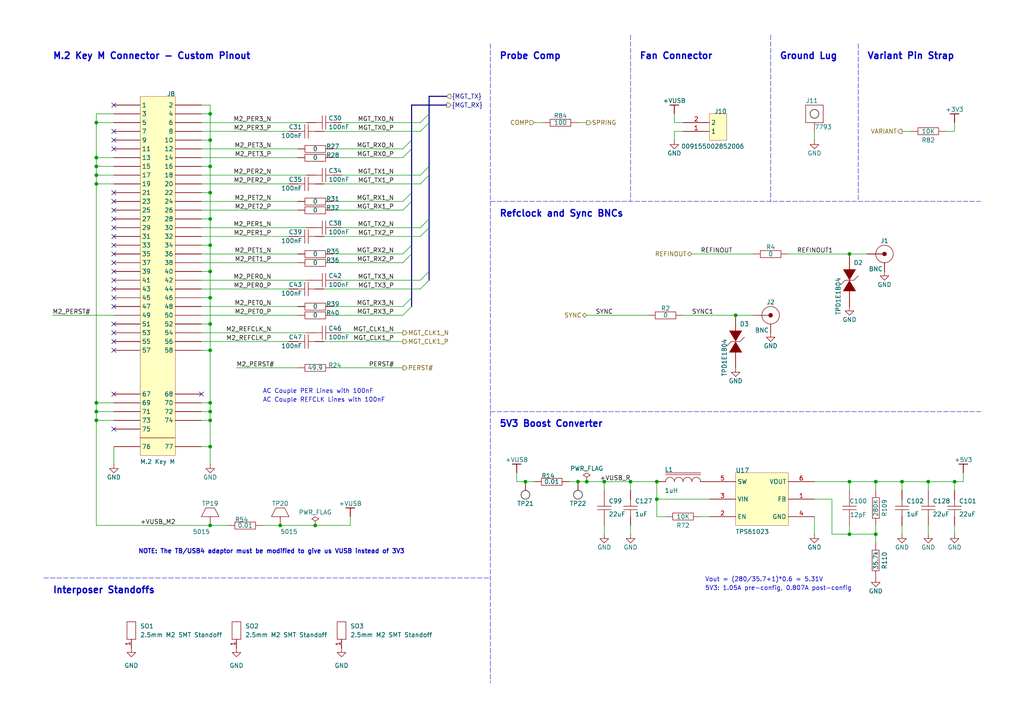
<source format=kicad_sch>
(kicad_sch (version 20250114) (generator "eeschema") (generator_version "9.0")
  (paper "A4")
  (title_block (title "ThunderScope") (rev "5") (company "EEVengers") (comment 1 "Aleksa Bjelogrlic"))
  (text "Probe Comp" (at 144.78 15.24 0) (effects (font (size 1.905 1.905) (thickness 0.381) (bold yes)) (justify left top)))
  (text "Vout = (280/35.7+1)*0.6 = 5.31V" (at 204.47 168.91 0) (effects (font (size 1.27 1.27) (thickness 0.1588)) (justify left bottom)))
  (text "AC Couple PER Lines with 100nF" (at 76.2 114.3 0) (effects (font (size 1.27 1.27)) (justify left bottom)))
  (text "AC Couple REFCLK Lines with 100nF" (at 76.2 116.84 0) (effects (font (size 1.27 1.27)) (justify left bottom)))
  (text "Fan Connector" (at 185.42 15.24 0) (effects (font (size 1.905 1.905) (thickness 0.381) (bold yes)) (justify left top)))
  (text "5V3 Boost Converter" (at 144.78 121.92 0) (effects (font (size 1.905 1.905) (thickness 0.381) (bold yes)) (justify left top)))
  (text "Refclock and Sync BNCs" (at 144.78 60.96 0) (effects (font (size 1.905 1.905) (thickness 0.381) (bold yes)) (justify left top)))
  (text "5V3: 1.05A pre-config, 0.807A post-config" (at 204.47 171.45 0) (effects (font (size 1.27 1.27) (thickness 0.1588)) (justify left bottom)))
  (text "NOTE: The TB/USB4 adaptor must be modified to give us VUSB instead of 3V3" (at 78.74 160.02 0) (effects (font (size 1.27 1.27) (thickness 0.254) (bold yes))))
  (text "Variant Pin Strap" (at 251.46 15.24 0) (effects (font (size 1.905 1.905) (thickness 0.381) (bold yes)) (justify left top)))
  (text "M.2 Key M Connector - Custom Pinout" (at 15.24 15.24 0) (effects (font (size 1.905 1.905) (thickness 0.381) (bold yes)) (justify left top)))
  (text "Ground Lug" (at 226.06 15.24 0) (effects (font (size 1.905 1.905) (thickness 0.381) (bold yes)) (justify left top)))
  (text "Interposer Standoffs" (at 15.24 170.18 0) (effects (font (size 1.905 1.905) (thickness 0.381) (bold yes)) (justify left top)))
  (junction (at 27.94 35.56))
  (junction (at 60.96 101.6))
  (junction (at 246.38 154.94))
  (junction (at 60.96 116.84))
  (junction (at 60.96 48.26))
  (junction (at 276.86 139.7))
  (junction (at 60.96 93.98))
  (junction (at 254 139.7))
  (junction (at 60.96 71.12))
  (junction (at 60.96 33.02))
  (junction (at 27.94 119.38))
  (junction (at 60.96 152.4))
  (junction (at 27.94 48.26))
  (junction (at 190.5 144.78))
  (junction (at 60.96 86.36))
  (junction (at 152.4 139.7))
  (junction (at 60.96 78.74))
  (junction (at 190.5 139.7))
  (junction (at 27.94 53.34))
  (junction (at 81.28 152.4))
  (junction (at 60.96 40.64))
  (junction (at 60.96 63.5))
  (junction (at 182.88 139.7))
  (junction (at 269.24 139.7))
  (junction (at 91.44 152.4))
  (junction (at 60.96 55.88))
  (junction (at 213.36 91.44))
  (junction (at 175.26 139.7))
  (junction (at 246.38 139.7))
  (junction (at 170.18 139.7))
  (junction (at 27.94 116.84))
  (junction (at 60.96 119.38))
  (junction (at 27.94 45.72))
  (junction (at 246.38 73.66))
  (junction (at 254 154.94))
  (junction (at 261.62 139.7))
  (junction (at 60.96 121.92))
  (junction (at 167.64 139.7))
  (junction (at 60.96 129.54))
  (junction (at 27.94 121.92))
  (junction (at 27.94 50.8))
  (no_connect (at 33.02 60.96))
  (no_connect (at 33.02 55.88))
  (no_connect (at 33.02 68.58))
  (no_connect (at 33.02 86.36))
  (no_connect (at 33.02 38.1))
  (no_connect (at 33.02 81.28))
  (no_connect (at 33.02 66.04))
  (no_connect (at 33.02 88.9))
  (no_connect (at 33.02 71.12))
  (no_connect (at 33.02 101.6))
  (no_connect (at 33.02 83.82))
  (no_connect (at 33.02 73.66))
  (no_connect (at 33.02 43.18))
  (no_connect (at 33.02 58.42))
  (no_connect (at 33.02 99.06))
  (no_connect (at 33.02 78.74))
  (no_connect (at 33.02 76.2))
  (no_connect (at 33.02 124.46))
  (no_connect (at 33.02 40.64))
  (no_connect (at 33.02 114.3))
  (no_connect (at 33.02 96.52))
  (no_connect (at 33.02 30.48))
  (no_connect (at 33.02 63.5))
  (no_connect (at 33.02 93.98))
  (no_connect (at 58.42 114.3))
  (bus_entry (at 116.84 88.9) (size 2.54 -2.54))
  (bus_entry (at 116.84 45.72) (size 2.54 -2.54))
  (bus_entry (at 121.92 83.82) (size 2.54 -2.54))
  (bus_entry (at 116.84 76.2) (size 2.54 -2.54))
  (bus_entry (at 121.92 66.04) (size 2.54 -2.54))
  (bus_entry (at 121.92 68.58) (size 2.54 -2.54))
  (bus_entry (at 121.92 50.8) (size 2.54 -2.54))
  (bus_entry (at 116.84 43.18) (size 2.54 -2.54))
  (bus_entry (at 116.84 91.44) (size 2.54 -2.54))
  (bus_entry (at 116.84 73.66) (size 2.54 -2.54))
  (bus_entry (at 116.84 60.96) (size 2.54 -2.54))
  (bus_entry (at 121.92 53.34) (size 2.54 -2.54))
  (bus_entry (at 121.92 38.1) (size 2.54 -2.54))
  (bus_entry (at 121.92 35.56) (size 2.54 -2.54))
  (bus_entry (at 121.92 81.28) (size 2.54 -2.54))
  (bus_entry (at 116.84 58.42) (size 2.54 -2.54))
  (wire (pts (xy 170.18 91.44) (xy 187.96 91.44)))
  (wire (pts (xy 182.88 139.7) (xy 182.88 142.24)))
  (wire (pts (xy 165.1 139.7) (xy 167.64 139.7)))
  (wire (pts (xy 60.96 86.36) (xy 60.96 93.98)))
  (wire (pts (xy 152.4 139.7) (xy 154.94 139.7)))
  (polyline (pts (xy 142.24 58.42) (xy 284.48 58.42)) (stroke (width 0.127) (type dash)))
  (wire (pts (xy 60.96 121.92) (xy 60.96 129.54)))
  (wire (pts (xy 96.52 106.68) (xy 116.84 106.68)))
  (wire (pts (xy 58.42 93.98) (xy 60.96 93.98)))
  (wire (pts (xy 58.42 96.52) (xy 88.9 96.52)))
  (wire (pts (xy 27.94 48.26) (xy 27.94 45.72)))
  (wire (pts (xy 27.94 119.38) (xy 27.94 116.84)))
  (wire (pts (xy 58.42 48.26) (xy 60.96 48.26)))
  (bus (pts (xy 119.38 86.36) (xy 119.38 88.9)))
  (wire (pts (xy 91.44 152.4) (xy 101.6 152.4)))
  (wire (pts (xy 60.96 33.02) (xy 60.96 40.64)))
  (wire (pts (xy 96.52 43.18) (xy 116.84 43.18)))
  (wire (pts (xy 60.96 78.74) (xy 60.96 86.36)))
  (wire (pts (xy 261.62 38.1) (xy 264.16 38.1)))
  (wire (pts (xy 96.52 45.72) (xy 116.84 45.72)))
  (polyline (pts (xy 248.92 12.7) (xy 248.92 58.42)) (stroke (width 0.127) (type dash)))
  (wire (pts (xy 58.42 101.6) (xy 60.96 101.6)))
  (wire (pts (xy 93.98 83.82) (xy 121.92 83.82)))
  (wire (pts (xy 60.96 40.64) (xy 60.96 48.26)))
  (wire (pts (xy 175.26 139.7) (xy 182.88 139.7)))
  (wire (pts (xy 27.94 35.56) (xy 27.94 33.02)))
  (wire (pts (xy 60.96 55.88) (xy 60.96 63.5)))
  (wire (pts (xy 60.96 152.4) (xy 66.04 152.4)))
  (wire (pts (xy 182.88 139.7) (xy 190.5 139.7)))
  (wire (pts (xy 60.96 93.98) (xy 60.96 101.6)))
  (wire (pts (xy 195.58 38.1) (xy 195.58 40.64)))
  (wire (pts (xy 27.94 152.4) (xy 60.96 152.4)))
  (wire (pts (xy 27.94 53.34) (xy 27.94 50.8)))
  (wire (pts (xy 167.64 35.56) (xy 170.18 35.56)))
  (wire (pts (xy 96.52 91.44) (xy 116.84 91.44)))
  (wire (pts (xy 58.42 30.48) (xy 60.96 30.48)))
  (polyline (pts (xy 12.7 167.64) (xy 142.24 167.64)) (stroke (width 0.127) (type dash)))
  (wire (pts (xy 58.42 55.88) (xy 60.96 55.88)))
  (wire (pts (xy 27.94 116.84) (xy 27.94 53.34)))
  (wire (pts (xy 33.02 119.38) (xy 27.94 119.38)))
  (wire (pts (xy 33.02 48.26) (xy 27.94 48.26)))
  (wire (pts (xy 58.42 119.38) (xy 60.96 119.38)))
  (polyline (pts (xy 182.88 10.16) (xy 182.88 58.42)) (stroke (width 0.127) (type dash)))
  (wire (pts (xy 58.42 83.82) (xy 83.82 83.82)))
  (wire (pts (xy 58.42 38.1) (xy 83.82 38.1)))
  (wire (pts (xy 96.52 60.96) (xy 116.84 60.96)))
  (wire (pts (xy 33.02 53.34) (xy 27.94 53.34)))
  (wire (pts (xy 198.12 91.44) (xy 213.36 91.44)))
  (wire (pts (xy 60.96 129.54) (xy 60.96 134.62)))
  (bus (pts (xy 119.38 40.64) (xy 119.38 43.18)))
  (bus (pts (xy 124.46 66.04) (xy 124.46 63.5)))
  (bus (pts (xy 124.46 50.8) (xy 124.46 48.26)))
  (wire (pts (xy 33.02 129.54) (xy 33.02 134.62)))
  (wire (pts (xy 198.12 35.56) (xy 195.58 35.56)))
  (wire (pts (xy 269.24 139.7) (xy 276.86 139.7)))
  (bus (pts (xy 124.46 35.56) (xy 124.46 33.02)))
  (wire (pts (xy 276.86 35.56) (xy 276.86 38.1)))
  (wire (pts (xy 99.06 50.8) (xy 121.92 50.8)))
  (polyline (pts (xy 142.24 119.38) (xy 284.48 119.38)) (stroke (width 0.127) (type dash)))
  (wire (pts (xy 96.52 76.2) (xy 116.84 76.2)))
  (wire (pts (xy 182.88 154.94) (xy 182.88 152.4)))
  (wire (pts (xy 96.52 73.66) (xy 116.84 73.66)))
  (wire (pts (xy 254 152.4) (xy 254 154.94)))
  (wire (pts (xy 198.12 38.1) (xy 195.58 38.1)))
  (wire (pts (xy 33.02 116.84) (xy 27.94 116.84)))
  (wire (pts (xy 60.96 71.12) (xy 60.96 78.74)))
  (bus (pts (xy 124.46 48.26) (xy 124.46 35.56)))
  (wire (pts (xy 60.96 101.6) (xy 60.96 116.84)))
  (bus (pts (xy 124.46 27.94) (xy 129.54 27.94)))
  (wire (pts (xy 246.38 139.7) (xy 246.38 142.24)))
  (wire (pts (xy 60.96 30.48) (xy 60.96 33.02)))
  (wire (pts (xy 58.42 66.04) (xy 88.9 66.04)))
  (wire (pts (xy 279.4 137.16) (xy 279.4 139.7)))
  (wire (pts (xy 167.64 139.7) (xy 170.18 139.7)))
  (wire (pts (xy 76.2 152.4) (xy 81.28 152.4)))
  (wire (pts (xy 93.98 53.34) (xy 121.92 53.34)))
  (bus (pts (xy 119.38 73.66) (xy 119.38 86.36)))
  (wire (pts (xy 99.06 81.28) (xy 121.92 81.28)))
  (wire (pts (xy 27.94 50.8) (xy 27.94 48.26)))
  (wire (pts (xy 60.96 129.54) (xy 58.42 129.54)))
  (wire (pts (xy 261.62 139.7) (xy 261.62 142.24)))
  (wire (pts (xy 58.42 35.56) (xy 88.9 35.56)))
  (wire (pts (xy 261.62 139.7) (xy 269.24 139.7)))
  (wire (pts (xy 203.2 149.86) (xy 205.74 149.86)))
  (wire (pts (xy 58.42 91.44) (xy 86.36 91.44)))
  (wire (pts (xy 58.42 88.9) (xy 86.36 88.9)))
  (bus (pts (xy 119.38 30.48) (xy 129.54 30.48)))
  (wire (pts (xy 58.42 43.18) (xy 86.36 43.18)))
  (wire (pts (xy 175.26 139.7) (xy 175.26 142.24)))
  (wire (pts (xy 58.42 53.34) (xy 83.82 53.34)))
  (wire (pts (xy 93.98 38.1) (xy 121.92 38.1)))
  (wire (pts (xy 33.02 33.02) (xy 27.94 33.02)))
  (wire (pts (xy 193.04 149.86) (xy 190.5 149.86)))
  (wire (pts (xy 60.96 119.38) (xy 60.96 121.92)))
  (wire (pts (xy 276.86 139.7) (xy 279.4 139.7)))
  (wire (pts (xy 175.26 154.94) (xy 175.26 152.4)))
  (wire (pts (xy 190.5 144.78) (xy 205.74 144.78)))
  (wire (pts (xy 58.42 121.92) (xy 60.96 121.92)))
  (wire (pts (xy 58.42 71.12) (xy 60.96 71.12)))
  (wire (pts (xy 15.24 91.44) (xy 33.02 91.44)))
  (wire (pts (xy 81.28 152.4) (xy 91.44 152.4)))
  (wire (pts (xy 99.06 96.52) (xy 116.84 96.52)))
  (wire (pts (xy 33.02 50.8) (xy 27.94 50.8)))
  (wire (pts (xy 58.42 68.58) (xy 83.82 68.58)))
  (wire (pts (xy 58.42 73.66) (xy 86.36 73.66)))
  (wire (pts (xy 58.42 33.02) (xy 60.96 33.02)))
  (wire (pts (xy 58.42 81.28) (xy 88.9 81.28)))
  (wire (pts (xy 274.32 38.1) (xy 276.86 38.1)))
  (bus (pts (xy 119.38 71.12) (xy 119.38 73.66)))
  (wire (pts (xy 213.36 91.44) (xy 218.44 91.44)))
  (wire (pts (xy 276.86 142.24) (xy 276.86 139.7)))
  (wire (pts (xy 58.42 50.8) (xy 88.9 50.8)))
  (wire (pts (xy 269.24 154.94) (xy 269.24 152.4)))
  (wire (pts (xy 195.58 33.02) (xy 195.58 35.56)))
  (wire (pts (xy 236.22 149.86) (xy 236.22 154.94)))
  (bus (pts (xy 119.38 55.88) (xy 119.38 58.42)))
  (wire (pts (xy 149.86 137.16) (xy 149.86 139.7)))
  (wire (pts (xy 27.94 152.4) (xy 27.94 121.92)))
  (bus (pts (xy 119.38 30.48) (xy 119.38 40.64)))
  (wire (pts (xy 149.86 139.7) (xy 152.4 139.7)))
  (wire (pts (xy 60.96 63.5) (xy 60.96 71.12)))
  (wire (pts (xy 269.24 142.24) (xy 269.24 139.7)))
  (wire (pts (xy 99.06 35.56) (xy 121.92 35.56)))
  (wire (pts (xy 101.6 152.4) (xy 101.6 149.86)))
  (bus (pts (xy 119.38 43.18) (xy 119.38 55.88)))
  (wire (pts (xy 236.22 38.1) (xy 236.22 40.64)))
  (wire (pts (xy 246.38 139.7) (xy 236.22 139.7)))
  (wire (pts (xy 261.62 139.7) (xy 254 139.7)))
  (wire (pts (xy 241.3 154.94) (xy 246.38 154.94)))
  (polyline (pts (xy 142.24 12.7) (xy 142.24 198.12)) (stroke (width 0.127) (type dash)))
  (wire (pts (xy 58.42 78.74) (xy 60.96 78.74)))
  (wire (pts (xy 93.98 99.06) (xy 116.84 99.06)))
  (wire (pts (xy 190.5 144.78) (xy 190.5 149.86)))
  (wire (pts (xy 58.42 45.72) (xy 86.36 45.72)))
  (wire (pts (xy 246.38 152.4) (xy 246.38 154.94)))
  (wire (pts (xy 190.5 139.7) (xy 190.5 144.78)))
  (wire (pts (xy 246.38 139.7) (xy 254 139.7)))
  (wire (pts (xy 27.94 45.72) (xy 27.94 35.56)))
  (wire (pts (xy 60.96 48.26) (xy 60.96 55.88)))
  (wire (pts (xy 93.98 68.58) (xy 121.92 68.58)))
  (bus (pts (xy 124.46 78.74) (xy 124.46 66.04)))
  (wire (pts (xy 58.42 40.64) (xy 60.96 40.64)))
  (bus (pts (xy 124.46 63.5) (xy 124.46 50.8)))
  (wire (pts (xy 170.18 139.7) (xy 175.26 139.7)))
  (wire (pts (xy 58.42 63.5) (xy 60.96 63.5)))
  (wire (pts (xy 33.02 121.92) (xy 27.94 121.92)))
  (wire (pts (xy 154.94 35.56) (xy 157.48 35.56)))
  (wire (pts (xy 58.42 99.06) (xy 83.82 99.06)))
  (bus (pts (xy 119.38 58.42) (xy 119.38 71.12)))
  (wire (pts (xy 33.02 45.72) (xy 27.94 45.72)))
  (wire (pts (xy 60.96 116.84) (xy 60.96 119.38)))
  (wire (pts (xy 96.52 88.9) (xy 116.84 88.9)))
  (wire (pts (xy 246.38 154.94) (xy 254 154.94)))
  (wire (pts (xy 228.6 73.66) (xy 246.38 73.66)))
  (wire (pts (xy 58.42 76.2) (xy 86.36 76.2)))
  (wire (pts (xy 58.42 86.36) (xy 60.96 86.36)))
  (wire (pts (xy 246.38 73.66) (xy 251.46 73.66)))
  (wire (pts (xy 86.36 106.68) (xy 68.58 106.68)))
  (wire (pts (xy 99.06 66.04) (xy 121.92 66.04)))
  (wire (pts (xy 254 142.24) (xy 254 139.7)))
  (wire (pts (xy 241.3 144.78) (xy 241.3 154.94)))
  (wire (pts (xy 261.62 154.94) (xy 261.62 152.4)))
  (bus (pts (xy 124.46 81.28) (xy 124.46 78.74)))
  (wire (pts (xy 33.02 35.56) (xy 27.94 35.56)))
  (wire (pts (xy 27.94 121.92) (xy 27.94 119.38)))
  (wire (pts (xy 96.52 58.42) (xy 116.84 58.42)))
  (wire (pts (xy 200.66 73.66) (xy 218.44 73.66)))
  (wire (pts (xy 276.86 154.94) (xy 276.86 152.4)))
  (wire (pts (xy 58.42 58.42) (xy 86.36 58.42)))
  (bus (pts (xy 124.46 33.02) (xy 124.46 27.94)))
  (wire (pts (xy 254 154.94) (xy 254 157.48)))
  (wire (pts (xy 58.42 60.96) (xy 86.36 60.96)))
  (wire (pts (xy 236.22 144.78) (xy 241.3 144.78)))
  (polyline (pts (xy 223.52 10.16) (xy 223.52 58.42)) (stroke (width 0.127) (type dash)))
  (wire (pts (xy 60.96 116.84) (xy 58.42 116.84)))
  (label "MGT_RX3_N" (at 114.3 88.9 180))
  (label "M2_PERST#" (at 68.58 106.68 0))
  (label "MGT_TX1_P" (at 114.3 53.34 180))
  (label "MGT_CLK1_P" (at 114.3 99.06 180))
  (label "MGT_CLK1_N" (at 114.3 96.52 180))
  (label "MGT_TX0_N" (at 114.3 35.56 180))
  (label "M2_REFCLK_P" (at 78.74 99.06 180))
  (label "M2_PER0_P" (at 78.74 83.82 180))
  (label "M2_PET0_N" (at 78.74 88.9 180))
  (label "PERST#" (at 114.3 106.68 180))
  (label "MGT_RX3_P" (at 114.3 91.44 180))
  (label "MGT_TX2_P" (at 114.3 68.58 180))
  (label "M2_PET2_N" (at 78.74 58.42 180))
  (label "MGT_RX0_P" (at 114.3 45.72 180))
  (label "MGT_RX2_P" (at 114.3 76.2 180))
  (label "M2_PER2_N" (at 78.74 50.8 180))
  (label "M2_PET1_P" (at 78.74 76.2 180))
  (label "MGT_RX1_N" (at 114.3 58.42 180))
  (label "SYNC" (at 172.72 91.44 0))
  (label "SYNC1" (at 200.66 91.44 0))
  (label "M2_REFCLK_N" (at 78.74 96.52 180))
  (label "REFINOUT1" (at 231.14 73.66 0))
  (label "M2_PET3_P" (at 78.74 45.72 180))
  (label "M2_PERST#" (at 15.24 91.44 0))
  (label "MGT_TX2_N" (at 114.3 66.04 180))
  (label "M2_PER3_N" (at 78.74 35.56 180))
  (label "M2_PER0_N" (at 78.74 81.28 180))
  (label "MGT_TX3_P" (at 114.3 83.82 180))
  (label "M2_PER1_P" (at 78.74 68.58 180))
  (label "+VUSB_R" (at 182.88 139.7 180))
  (label "M2_PET2_P" (at 78.74 60.96 180))
  (label "MGT_RX1_P" (at 114.3 60.96 180))
  (label "+VUSB_M2" (at 40.64 152.4 0))
  (label "M2_PER2_P" (at 78.74 53.34 180))
  (label "MGT_RX0_N" (at 114.3 43.18 180))
  (label "MGT_TX0_P" (at 114.3 38.1 180))
  (label "M2_PET1_N" (at 78.74 73.66 180))
  (label "M2_PET0_P" (at 78.74 91.44 180))
  (label "MGT_TX3_N" (at 114.3 81.28 180))
  (label "M2_PER1_N" (at 78.74 66.04 180))
  (label "MGT_RX2_N" (at 114.3 73.66 180))
  (label "MGT_TX1_N" (at 114.3 50.8 180))
  (label "M2_PER3_P" (at 78.74 38.1 180))
  (label "M2_PET3_N" (at 78.74 43.18 180))
  (label "REFINOUT" (at 203.2 73.66 0))
  (hierarchical_label "PERST#" (shape output) (at 116.84 106.68 0))
  (hierarchical_label "{MGT_TX}" (shape input) (at 129.54 27.94 0))
  (hierarchical_label "REFINOUT" (shape bidirectional) (at 200.66 73.66 180))
  (hierarchical_label "MGT_CLK1_P" (shape output) (at 116.84 99.06 0))
  (hierarchical_label "VARIANT" (shape output) (at 261.62 38.1 180))
  (hierarchical_label "SYNC" (shape bidirectional) (at 170.18 91.44 180))
  (hierarchical_label "SPRING" (shape output) (at 170.18 35.56 0))
  (hierarchical_label "MGT_CLK1_N" (shape output) (at 116.84 96.52 0))
  (hierarchical_label "COMP" (shape input) (at 154.94 35.56 180))
  (hierarchical_label "{MGT_RX}" (shape output) (at 129.54 30.48 0))
  (symbol (lib_id "Thunderscope_Rev5:RES 0 OHM 1/16W 0402") (at 91.44 88.9 0) (mirror y) (unit 1)
    (property "Reference" "R39" (at 96.52 88.9 0) (effects (justify bottom)))
    (property "Value" "0" (at 91.44 88.9 0))
    (property "Footprint" "Thunderscope_Rev5:GEN_R_0402" (effects (hide yes)))
    (property "PACKAGE" "0402" (effects (hide yes)))
    (property "SUPPLIER 1" "Mouser" (effects (hide yes)))
    (property "SUPPLIER PART NUMBER 1" "603-RC0402JR-070RL" (effects (hide yes)))
    (property "MANUFACTURER" "Yageo" (effects (hide yes)))
    (property "MANUFACTURER PART NUMBER" "RC0402JR-070RL" (effects (hide yes)))
  )
  (symbol (lib_id "Thunderscope_Rev5:RES 10K OHM 1% 1/10W 0402") (at 198.12 149.86 0) (unit 1)
    (property "Reference" "R72" (at 198.12 152.4 0))
    (property "Value" "10K" (at 198.12 149.86 0))
    (property "Footprint" "Thunderscope_Rev5:GEN_R_0402" (effects (hide yes)))
    (property "TOLERANCE" "1%" (effects (hide yes)))
    (property "PACKAGE" "0402" (effects (hide yes)))
    (property "SUPPLIER 1" "Mouser" (effects (hide yes)))
    (property "SUPPLIER PART NUMBER 1" "667-ERJ-2RKF1002X" (effects (hide yes)))
    (property "MANUFACTURER" "Panasonic" (effects (hide yes)))
    (property "MANUFACTURER PART NUMBER" "ERJ-2RKF1002X" (effects (hide yes)))
  )
  (symbol (lib_id "Thunderscope_Rev5:CAP 100nF 16V X7R 0402") (at 88.9 38.1 270) (mirror x) (unit 1)
    (property "Reference" "C31" (at 87.63 36.83 90) (effects (justify right)))
    (property "Value" "100nF" (at 87.63 39.37 90) (effects (justify right)))
    (property "Footprint" "Thunderscope_Rev5:GEN_C_0402" (effects (hide yes)))
    (property "PACKAGE" "0402" (effects (hide yes)))
    (property "VOLTAGE RATING" "16V" (effects (hide yes)))
    (property "SUPPLIER 1" "Mouser" (effects (hide yes)))
    (property "SUPPLIER PART NUMBER 1" "81-GCM155R71C104KA5D" (effects (hide yes)))
    (property "HOUSE PART NUMBER" "C-100nF-0402-002" (effects (hide yes)))
    (property "MANUFACTURER" "Murata" (effects (hide yes)))
    (property "MANUFACTURER PART NUMBER" "GCM155R71C104KA55D" (effects (hide yes)))
  )
  (symbol (lib_id "Thunderscope_Rev5:GND") (at 99.06 187.96 0) (unit 1)
    (property "Reference" "#PWR0381" (effects (hide yes)))
    (property "Value" "GND" (at 99.06 193.04 0))
    (property "Description" "Power symbol creates a global label with name \"GND\" , ground" (effects (hide yes)))
  )
  (symbol (lib_id "power:PWR_FLAG") (at 170.18 139.7 0) (unit 1)
    (property "Reference" "#FLG019" (effects (hide yes)))
    (property "Value" "PWR_FLAG" (at 170.18 135.89 0))
    (property "Description" "Special symbol for telling ERC where power comes from" (effects (hide yes)))
  )
  (symbol (lib_id "Thunderscope_Rev5:GND") (at 60.96 134.62 0) (mirror y) (unit 1)
    (property "Reference" "#PWR0559" (effects (hide yes)))
    (property "Value" "GND" (at 60.96 138.43 0))
    (property "Description" "Power symbol creates a global label with name \"GND\" , ground" (effects (hide yes)))
  )
  (symbol (lib_id "Thunderscope_Rev5:CAP 100nF 16V X7R 0402") (at 93.98 50.8 270) (mirror x) (unit 1)
    (property "Reference" "C34" (at 95.25 49.53 90) (effects (justify left)))
    (property "Value" "100nF" (at 95.25 52.07 90) (effects (justify left)))
    (property "Footprint" "Thunderscope_Rev5:GEN_C_0402" (effects (hide yes)))
    (property "PACKAGE" "0402" (effects (hide yes)))
    (property "VOLTAGE RATING" "16V" (effects (hide yes)))
    (property "SUPPLIER 1" "Mouser" (effects (hide yes)))
    (property "SUPPLIER PART NUMBER 1" "81-GCM155R71C104KA5D" (effects (hide yes)))
    (property "HOUSE PART NUMBER" "C-100nF-0402-002" (effects (hide yes)))
    (property "MANUFACTURER" "Murata" (effects (hide yes)))
    (property "MANUFACTURER PART NUMBER" "GCM155R71C104KA55D" (effects (hide yes)))
  )
  (symbol (lib_id "Thunderscope_Rev5:CAP 100nF 16V X7R 0402") (at 93.98 96.52 270) (mirror x) (unit 1)
    (property "Reference" "C46" (at 95.25 95.25 90) (effects (justify left)))
    (property "Value" "100nF" (at 95.25 97.79 90) (effects (justify left)))
    (property "Footprint" "Thunderscope_Rev5:GEN_C_0402" (effects (hide yes)))
    (property "PACKAGE" "0402" (effects (hide yes)))
    (property "VOLTAGE RATING" "16V" (effects (hide yes)))
    (property "SUPPLIER 1" "Mouser" (effects (hide yes)))
    (property "SUPPLIER PART NUMBER 1" "81-GCM155R71C104KA5D" (effects (hide yes)))
    (property "HOUSE PART NUMBER" "C-100nF-0402-002" (effects (hide yes)))
    (property "MANUFACTURER" "Murata" (effects (hide yes)))
    (property "MANUFACTURER PART NUMBER" "GCM155R71C104KA55D" (effects (hide yes)))
  )
  (symbol (lib_id "Thunderscope_Rev5:GND") (at 254 167.64 0) (unit 1)
    (property "Reference" "#PWR0342" (effects (hide yes)))
    (property "Value" "GND" (at 254 171.45 0))
    (property "Description" "Power symbol creates a global label with name \"GND\" , ground" (effects (hide yes)))
  )
  (symbol (lib_id "Thunderscope_Rev5:+VUSB") (at 195.58 33.02 0) (mirror x) (unit 1)
    (property "Reference" "#PWR0273" (effects (hide yes)))
    (property "Value" "+VUSB" (at 195.58 29.21 0))
    (property "Description" "Power symbol creates a global label with name '+VUSB'" (effects (hide yes)))
  )
  (symbol (lib_id "Thunderscope_Rev5:BNC JACK R/A") (at 223.52 91.44 0) (mirror y) (unit 1)
    (property "Reference" "J2" (at 223.52 87.63 0))
    (property "Value" "BNC" (at 220.98 96.52 0) (effects (justify bottom)))
    (property "Footprint" "Thunderscope_Rev5:MOL_0731000105" (effects (hide yes)))
    (property "SUPPLIER 1" "Mouser" (effects (hide yes)))
    (property "SUPPLIER PART NUMBER 1" "538-73100-0105" (effects (hide yes)))
    (property "MANUFACTURER" "Molex" (effects (hide yes)))
    (property "MANUFACTURER PART NUMBER" "73100-0105" (effects (hide yes)))
  )
  (symbol (lib_id "Thunderscope_Rev5:CAP 100nF 16V X7R 0402") (at 88.9 68.58 270) (mirror x) (unit 1)
    (property "Reference" "C39" (at 87.63 67.31 90) (effects (justify right)))
    (property "Value" "100nF" (at 87.63 69.85 90) (effects (justify right)))
    (property "Footprint" "Thunderscope_Rev5:GEN_C_0402" (effects (hide yes)))
    (property "PACKAGE" "0402" (effects (hide yes)))
    (property "VOLTAGE RATING" "16V" (effects (hide yes)))
    (property "SUPPLIER 1" "Mouser" (effects (hide yes)))
    (property "SUPPLIER PART NUMBER 1" "81-GCM155R71C104KA5D" (effects (hide yes)))
    (property "HOUSE PART NUMBER" "C-100nF-0402-002" (effects (hide yes)))
    (property "MANUFACTURER" "Murata" (effects (hide yes)))
    (property "MANUFACTURER PART NUMBER" "GCM155R71C104KA55D" (effects (hide yes)))
  )
  (symbol (lib_id "Thunderscope_Rev5:IND 1uH 5.5A 32 MOHM 1210") (at 198.12 139.7 0) (unit 1)
    (property "Reference" "L1" (at 192.786 136.906 0) (effects (justify left bottom)))
    (property "Value" "1uH" (at 192.786 143.002 0) (effects (justify left bottom)))
    (property "Footprint" "Thunderscope_Rev5:GEN_L_1210" (effects (hide yes)))
    (property "SUPPLIER 1" "Mouser" (effects (hide yes)))
    (property "SUPPLIER PART NUMBER 1" "652-SRP3212-1R0M" (effects (hide yes)))
    (property "HOUSE PART NUMBER" "SRP3212-1R0M" (effects (hide yes)))
    (property "MANUFACTURER" "Bourns" (effects (hide yes)))
    (property "MANUFACTURER PART NUMBER" "SRP3212-1R0M" (effects (hide yes)))
  )
  (symbol (lib_id "Thunderscope_Rev5:GND") (at 261.62 154.94 0) (unit 1)
    (property "Reference" "#PWR01018" (effects (hide yes)))
    (property "Value" "GND" (at 261.62 158.75 0))
    (property "Description" "Power symbol creates a global label with name \"GND\" , ground" (effects (hide yes)))
  )
  (symbol (lib_id "Thunderscope_Rev5:CAP 100nF 16V X7R 0402") (at 93.98 66.04 270) (mirror x) (unit 1)
    (property "Reference" "C38" (at 95.25 64.77 90) (effects (justify left)))
    (property "Value" "100nF" (at 95.25 67.31 90) (effects (justify left)))
    (property "Footprint" "Thunderscope_Rev5:GEN_C_0402" (effects (hide yes)))
    (property "PACKAGE" "0402" (effects (hide yes)))
    (property "VOLTAGE RATING" "16V" (effects (hide yes)))
    (property "SUPPLIER 1" "Mouser" (effects (hide yes)))
    (property "SUPPLIER PART NUMBER 1" "81-GCM155R71C104KA5D" (effects (hide yes)))
    (property "HOUSE PART NUMBER" "C-100nF-0402-002" (effects (hide yes)))
    (property "MANUFACTURER" "Murata" (effects (hide yes)))
    (property "MANUFACTURER PART NUMBER" "GCM155R71C104KA55D" (effects (hide yes)))
  )
  (symbol (lib_id "Thunderscope_Rev5:CAP 22uF 25V X5R 0805") (at 276.86 147.32 0) (unit 1)
    (property "Reference" "C101" (at 278.13 146.05 0) (effects (justify left bottom)))
    (property "Value" "22uF" (at 278.13 149.86 0) (effects (justify left bottom)))
    (property "Footprint" "Thunderscope_Rev5:GEN_C_0805" (effects (hide yes)))
    (property "PACKAGE" "0805" (effects (hide yes)))
    (property "VOLTAGE RATING" "25V" (effects (hide yes)))
    (property "SUPPLIER 1" "Mouser" (effects (hide yes)))
    (property "SUPPLIER PART NUMBER 1" "81-GRM21BR61E226ME4L" (effects (hide yes)))
    (property "HOUSE PART NUMBER" "C-22uF-0805-002" (effects (hide yes)))
    (property "MANUFACTURER" "Murata" (effects (hide yes)))
    (property "MANUFACTURER PART NUMBER" "GRM21BR61E226ME44L" (effects (hide yes)))
  )
  (symbol (lib_id "Thunderscope_Rev5:TVS TPD1E1B04") (at 213.36 99.06 0) (unit 1)
    (property "Reference" "D3" (at 215.9 93.98 0))
    (property "Value" "TPD1E1B04" (at 210.82 109.22 90) (effects (justify left bottom)))
    (property "Footprint" "Thunderscope_Rev5:TI_X1SON_DPY0002A" (effects (hide yes)))
    (property "SUPPLIER 1" "Texas Instruments" (effects (hide yes)))
    (property "SUPPLIER PART NUMBER 1" "TPD1E1B04DPYR" (effects (hide yes)))
    (property "MANUFACTURER" "Texas Instruments" (effects (hide yes)))
    (property "MANUFACTURER PART NUMBER" "TPD1E1B04DPYR" (effects (hide yes)))
  )
  (symbol (lib_id "Thunderscope_Rev5:GND") (at 256.54 78.74 0) (mirror y) (unit 1)
    (property "Reference" "#PWR011" (effects (hide yes)))
    (property "Value" "GND" (at 256.54 82.55 0))
    (property "Description" "Power symbol creates a global label with name \"GND\" , ground" (effects (hide yes)))
  )
  (symbol (lib_id "Thunderscope_Rev5:CAP 100nF 16V X7R 0402") (at 88.9 53.34 270) (mirror x) (unit 1)
    (property "Reference" "C35" (at 87.63 52.07 90) (effects (justify right)))
    (property "Value" "100nF" (at 87.63 54.61 90) (effects (justify right)))
    (property "Footprint" "Thunderscope_Rev5:GEN_C_0402" (effects (hide yes)))
    (property "PACKAGE" "0402" (effects (hide yes)))
    (property "VOLTAGE RATING" "16V" (effects (hide yes)))
    (property "SUPPLIER 1" "Mouser" (effects (hide yes)))
    (property "SUPPLIER PART NUMBER 1" "81-GCM155R71C104KA5D" (effects (hide yes)))
    (property "HOUSE PART NUMBER" "C-100nF-0402-002" (effects (hide yes)))
    (property "MANUFACTURER" "Murata" (effects (hide yes)))
    (property "MANUFACTURER PART NUMBER" "GCM155R71C104KA55D" (effects (hide yes)))
  )
  (symbol (lib_id "Thunderscope_Rev5:BNC JACK R/A") (at 256.54 73.66 0) (mirror y) (unit 1)
    (property "Reference" "J1" (at 256.54 69.85 0))
    (property "Value" "BNC" (at 254 78.74 0) (effects (justify bottom)))
    (property "Footprint" "Thunderscope_Rev5:MOL_0731000105" (effects (hide yes)))
    (property "SUPPLIER 1" "Mouser" (effects (hide yes)))
    (property "SUPPLIER PART NUMBER 1" "538-73100-0105" (effects (hide yes)))
    (property "MANUFACTURER" "Molex" (effects (hide yes)))
    (property "MANUFACTURER PART NUMBER" "73100-0105" (effects (hide yes)))
  )
  (symbol (lib_id "Thunderscope_Rev5:CAP 1uF 25V X5R 0402") (at 261.62 147.32 0) (unit 1)
    (property "Reference" "C102" (at 262.89 146.05 0) (effects (justify left bottom)))
    (property "Value" "1uF" (at 262.89 149.86 0) (effects (justify left bottom)))
    (property "Footprint" "Thunderscope_Rev5:GEN_C_0402" (effects (hide yes)))
    (property "PACKAGE" "0402" (effects (hide yes)))
    (property "VOLTAGE RATING" "25V" (effects (hide yes)))
    (property "SUPPLIER 1" "Mouser" (effects (hide yes)))
    (property "SUPPLIER PART NUMBER 1" "81-GRM155R61E105KA2D" (effects (hide yes)))
    (property "MANUFACTURER" "Murata" (effects (hide yes)))
    (property "MANUFACTURER PART NUMBER" "GRM155R61E105KA12D" (effects (hide yes)))
  )
  (symbol (lib_id "Thunderscope_Rev5:GND") (at 195.58 40.64 0) (mirror y) (unit 1)
    (property "Reference" "#PWR0274" (effects (hide yes)))
    (property "Value" "GND" (at 195.58 44.45 0))
    (property "Description" "Power symbol creates a global label with name \"GND\" , ground" (effects (hide yes)))
  )
  (symbol (lib_id "Thunderscope_Rev5:TP PCB 1mm") (at 152.4 139.7 270) (unit 1) (in_bom no)
    (property "Reference" "TP21" (at 152.4 146.05 90))
    (property "Value" "PCB" (effects (hide yes)))
    (property "Footprint" "Thunderscope_Rev5:GEN_TP_PCB" (effects (hide yes)))
  )
  (symbol (lib_id "Thunderscope_Rev5:GND") (at 236.22 40.64 0) (unit 1)
    (property "Reference" "#PWR014" (effects (hide yes)))
    (property "Value" "GND" (at 236.22 44.45 0))
    (property "Description" "Power symbol creates a global label with name \"GND\" , ground" (effects (hide yes)))
  )
  (symbol (lib_id "Thunderscope_Rev5:RES 0.01 OHM 1% 1/4W 0603") (at 71.12 152.4 0) (unit 1)
    (property "Reference" "R54" (at 68.12 151.424 0) (effects (justify left bottom)))
    (property "Value" "0.01" (at 71.12 152.4 0))
    (property "Footprint" "Thunderscope_Rev5:GEN_R_0603" (effects (hide yes)))
    (property "TOLERANCE" "1%" (effects (hide yes)))
    (property "SUPPLIER 1" "Mouser" (effects (hide yes)))
    (property "SUPPLIER PART NUMBER 1" "754-RL0816T-R010-F" (effects (hide yes)))
    (property "PACKAGE" "0603" (effects (hide yes)))
    (property "HOUSE PART NUMBER" "R-0.01-0603-1%-001" (effects (hide yes)))
    (property "MANUFACTURER" "Susumu" (effects (hide yes)))
    (property "MANUFACTURER PART NUMBER" "RL0816T-R010-F" (effects (hide yes)))
  )
  (symbol (lib_id "ThunderScope:M2_2.5mm_SMT_Standoff_9774025243R") (at 38.1 185.42 0) (unit 1)
    (property "Reference" "SO1" (at 40.64 181.6099 0) (effects (justify left)))
    (property "Value" "2.5mm M2 SMT Standoff" (at 40.64 184.1499 0) (effects (justify left)))
    (property "Footprint" "ThunderScope:M2_SMT_Standoff_9774025243R" (effects (hide yes)))
    (property "SUPPLIER 1" "Mouser" (effects (hide yes)))
    (property "SUPPLIER PART NUMBER 1" "710-9774025243R" (effects (hide yes)))
    (property "MANUFACTURER" "Wurth Elektronik" (effects (hide yes)))
    (property "MANUFACTURER PART NUMBER" "9774025243R" (effects (hide yes)))
  )
  (symbol (lib_id "Thunderscope_Rev5:CONN M4 SCREW TERM KEYSTONE 7793") (at 236.22 35.56 0) (unit 1)
    (property "Reference" "J11" (at 233.68 29.21 0) (effects (justify left)))
    (property "Value" "7793" (at 236.22 36.83 0) (effects (justify left)))
    (property "Footprint" "Thunderscope_Rev5:KEY_7792" (effects (hide yes)))
    (property "MANUFACTURER" "Keystone Electronics" (effects (hide yes)))
    (property "MANUFACTURER PART NUMBER" "7793" (effects (hide yes)))
    (property "SUPPLIER 1" "Mouser" (effects (hide yes)))
    (property "SUPPLIER PART NUMBER 1" "534-7793" (effects (hide yes)))
  )
  (symbol (lib_id "Thunderscope_Rev5:GND") (at 246.38 88.9 0) (unit 1)
    (property "Reference" "#PWR010" (effects (hide yes)))
    (property "Value" "GND" (at 246.38 92.71 0))
    (property "Description" "Power symbol creates a global label with name \"GND\" , ground" (effects (hide yes)))
  )
  (symbol (lib_id "Thunderscope_Rev5:RES 0 OHM 1/16W 0402") (at 91.44 73.66 0) (mirror y) (unit 1)
    (property "Reference" "R35" (at 96.52 73.66 0) (effects (justify bottom)))
    (property "Value" "0" (at 91.44 73.66 0))
    (property "Footprint" "Thunderscope_Rev5:GEN_R_0402" (effects (hide yes)))
    (property "PACKAGE" "0402" (effects (hide yes)))
    (property "SUPPLIER 1" "Mouser" (effects (hide yes)))
    (property "SUPPLIER PART NUMBER 1" "603-RC0402JR-070RL" (effects (hide yes)))
    (property "MANUFACTURER" "Yageo" (effects (hide yes)))
    (property "MANUFACTURER PART NUMBER" "RC0402JR-070RL" (effects (hide yes)))
  )
  (symbol (lib_id "Thunderscope_Rev5:GND") (at 213.36 106.68 0) (unit 1)
    (property "Reference" "#PWR012" (effects (hide yes)))
    (property "Value" "GND" (at 213.36 110.49 0))
    (property "Description" "Power symbol creates a global label with name \"GND\" , ground" (effects (hide yes)))
  )
  (symbol (lib_id "Thunderscope_Rev5:TP KEYSTONE 5015") (at 60.96 152.4 0) (unit 1)
    (property "Reference" "TP19" (at 60.96 146.05 0))
    (property "Value" "5015" (at 55.88 154.94 0) (effects (justify left bottom)))
    (property "Footprint" "Thunderscope_Rev5:KEY_5015" (effects (hide yes)))
    (property "SUPPLIER 1" "Mouser" (effects (hide yes)))
    (property "SUPPLIER PART NUMBER 1" "534-5015" (effects (hide yes)))
    (property "MANUFACTURER" "Keystone Electronics" (effects (hide yes)))
    (property "MANUFACTURER PART NUMBER" "5015" (effects (hide yes)))
  )
  (symbol (lib_id "Thunderscope_Rev5:CONN M.2 Key M FEMALE") (at 45.72 76.2 0) (mirror y) (unit 1)
    (property "Reference" "J8" (at 50.8 27.94 0) (effects (justify left bottom)))
    (property "Value" "M.2 Key M" (at 45.72 134.62 0) (effects (justify bottom)))
    (property "Footprint" "Thunderscope_Rev5:TE_M2_KEYM_2199230" (effects (hide yes)))
    (property "SUPPLIER 1" "Mouser" (effects (hide yes)))
    (property "SUPPLIER PART NUMBER 1" "571-1-2199230-5" (effects (hide yes)))
    (property "MANUFACTURER" "TE Connectivity" (effects (hide yes)))
    (property "MANUFACTURER PART NUMBER" "1-2199230-5" (effects (hide yes)))
  )
  (symbol (lib_id "Thunderscope_Rev5:RES 100 OHM 1% 1/10W 0402") (at 162.56 35.56 0) (mirror y) (unit 1)
    (property "Reference" "R84" (at 162.56 34.29 0) (effects (justify bottom)))
    (property "Value" "100" (at 162.56 35.56 0))
    (property "Footprint" "Thunderscope_Rev5:GEN_R_0402" (effects (hide yes)))
    (property "PACKAGE" "0402" (effects (hide yes)))
    (property "SUPPLIER 1" "Mouser" (effects (hide yes)))
    (property "SUPPLIER PART NUMBER 1" "603-RC0402FR-07100RL" (effects (hide yes)))
    (property "MANUFACTURER" "Yageo" (effects (hide yes)))
    (property "MANUFACTURER PART NUMBER" "RC0402FR-07100RL" (effects (hide yes)))
    (property "TOLERANCE" "1%" (effects (hide yes)))
  )
  (symbol (lib_id "Thunderscope_Rev5:RES 49.9 OHM 1% 1/10W 0402") (at 91.44 106.68 0) (mirror y) (unit 1)
    (property "Reference" "R24" (at 99.06 106.68 0) (effects (justify left bottom)))
    (property "Value" "49.9" (at 91.44 106.68 0))
    (property "Footprint" "Thunderscope_Rev5:GEN_R_0402" (effects (hide yes)))
    (property "TOLERANCE" "1%" (effects (hide yes)))
    (property "PACKAGE" "0402" (effects (hide yes)))
    (property "SUPPLIER 1" "Mouser" (effects (hide yes)))
    (property "SUPPLIER PART NUMBER 1" "603-RC0402FR-0749R9L" (effects (hide yes)))
    (property "MANUFACTURER" "Yageo" (effects (hide yes)))
    (property "MANUFACTURER PART NUMBER" "RC0402FR-0749R9L" (effects (hide yes)))
  )
  (symbol (lib_id "Thunderscope_Rev5:CAP 1uF 25V X5R 0402") (at 182.88 147.32 0) (unit 1)
    (property "Reference" "C127" (at 184.15 146.05 0) (effects (justify left bottom)))
    (property "Value" "1uF" (at 184.15 149.86 0) (effects (justify left bottom)))
    (property "Footprint" "Thunderscope_Rev5:GEN_C_0402" (effects (hide yes)))
    (property "PACKAGE" "0402" (effects (hide yes)))
    (property "VOLTAGE RATING" "25V" (effects (hide yes)))
    (property "SUPPLIER 1" "Mouser" (effects (hide yes)))
    (property "SUPPLIER PART NUMBER 1" "81-GRM155R61E105KA2D" (effects (hide yes)))
    (property "MANUFACTURER" "Murata" (effects (hide yes)))
    (property "MANUFACTURER PART NUMBER" "GRM155R61E105KA12D" (effects (hide yes)))
  )
  (symbol (lib_id "Thunderscope_Rev5:TP KEYSTONE 5015") (at 81.28 152.4 0) (unit 1)
    (property "Reference" "TP20" (at 81.28 146.05 0))
    (property "Value" "5015" (at 83.82 154.94 0) (effects (justify bottom)))
    (property "Footprint" "Thunderscope_Rev5:KEY_5015" (effects (hide yes)))
    (property "SUPPLIER 1" "Mouser" (effects (hide yes)))
    (property "SUPPLIER PART NUMBER 1" "534-5015" (effects (hide yes)))
    (property "MANUFACTURER" "Keystone Electronics" (effects (hide yes)))
    (property "MANUFACTURER PART NUMBER" "5015" (effects (hide yes)))
  )
  (symbol (lib_id "Thunderscope_Rev5:GND") (at 175.26 154.94 0) (unit 1)
    (property "Reference" "#PWR0435" (effects (hide yes)))
    (property "Value" "GND" (at 175.26 158.75 0))
    (property "Description" "Power symbol creates a global label with name \"GND\" , ground" (effects (hide yes)))
  )
  (symbol (lib_id "Thunderscope_Rev5:CAP 22uF 25V X5R 0805") (at 175.26 147.32 0) (unit 1)
    (property "Reference" "C99" (at 176.53 146.05 0) (effects (justify left bottom)))
    (property "Value" "22uF" (at 176.53 149.86 0) (effects (justify left bottom)))
    (property "Footprint" "Thunderscope_Rev5:GEN_C_0805" (effects (hide yes)))
    (property "PACKAGE" "0805" (effects (hide yes)))
    (property "VOLTAGE RATING" "25V" (effects (hide yes)))
    (property "SUPPLIER 1" "Mouser" (effects (hide yes)))
    (property "SUPPLIER PART NUMBER 1" "81-GRM21BR61E226ME4L" (effects (hide yes)))
    (property "HOUSE PART NUMBER" "C-22uF-0805-002" (effects (hide yes)))
    (property "MANUFACTURER" "Murata" (effects (hide yes)))
    (property "MANUFACTURER PART NUMBER" "GRM21BR61E226ME44L" (effects (hide yes)))
  )
  (symbol (lib_id "Thunderscope_Rev5:GND") (at 276.86 154.94 0) (unit 1)
    (property "Reference" "#PWR0436" (effects (hide yes)))
    (property "Value" "GND" (at 276.86 158.75 0))
    (property "Description" "Power symbol creates a global label with name \"GND\" , ground" (effects (hide yes)))
  )
  (symbol (lib_id "Thunderscope_Rev5:RES 0 OHM 1/16W 0402") (at 91.44 45.72 0) (mirror y) (unit 1)
    (property "Reference" "R28" (at 96.52 45.72 0) (effects (justify bottom)))
    (property "Value" "0" (at 91.44 45.72 0))
    (property "Footprint" "Thunderscope_Rev5:GEN_R_0402" (effects (hide yes)))
    (property "PACKAGE" "0402" (effects (hide yes)))
    (property "SUPPLIER 1" "Mouser" (effects (hide yes)))
    (property "SUPPLIER PART NUMBER 1" "603-RC0402JR-070RL" (effects (hide yes)))
    (property "MANUFACTURER" "Yageo" (effects (hide yes)))
    (property "MANUFACTURER PART NUMBER" "RC0402JR-070RL" (effects (hide yes)))
  )
  (symbol (lib_id "Thunderscope_Rev5:+VUSB") (at 149.86 137.16 180) (unit 1)
    (property "Reference" "#PWR0272" (effects (hide yes)))
    (property "Value" "+VUSB" (at 149.86 133.35 0))
    (property "Description" "Power symbol creates a global label with name '+VUSB'" (effects (hide yes)))
  )
  (symbol (lib_id "Thunderscope_Rev5:GND") (at 269.24 154.94 0) (unit 1)
    (property "Reference" "#PWR0343" (effects (hide yes)))
    (property "Value" "GND" (at 269.24 158.75 0))
    (property "Description" "Power symbol creates a global label with name \"GND\" , ground" (effects (hide yes)))
  )
  (symbol (lib_id "Thunderscope_Rev5:RES 0.01 OHM 1% 1/4W 0603") (at 160.02 139.7 0) (unit 1)
    (property "Reference" "R14" (at 157.02 138.724 0) (effects (justify left bottom)))
    (property "Value" "0.01" (at 160.02 139.7 0))
    (property "Footprint" "Thunderscope_Rev5:GEN_R_0603" (effects (hide yes)))
    (property "TOLERANCE" "1%" (effects (hide yes)))
    (property "SUPPLIER 1" "Mouser" (effects (hide yes)))
    (property "SUPPLIER PART NUMBER 1" "754-RL0816T-R010-F" (effects (hide yes)))
    (property "PACKAGE" "0603" (effects (hide yes)))
    (property "HOUSE PART NUMBER" "R-0.01-0603-1%-001" (effects (hide yes)))
    (property "MANUFACTURER" "Susumu" (effects (hide yes)))
    (property "MANUFACTURER PART NUMBER" "RL0816T-R010-F" (effects (hide yes)))
  )
  (symbol (lib_id "Thunderscope_Rev5:RES 280K OHM 1% 1/16W 0402") (at 254 147.32 0) (unit 1)
    (property "Reference" "R109" (at 256.54 147.32 90))
    (property "Value" "280K" (at 254 147.32 90))
    (property "Footprint" "Thunderscope_Rev5:GEN_R_0402" (effects (hide yes)))
    (property "TOLERANCE" "1%" (effects (hide yes)))
    (property "PACKAGE" "0402" (effects (hide yes)))
    (property "SUPPLIER 1" "Mouser" (effects (hide yes)))
    (property "SUPPLIER PART NUMBER 1" "603-AC0402FR-07280KL" (effects (hide yes)))
    (property "MANUFACTURER" "Yageo" (effects (hide yes)))
    (property "MANUFACTURER PART NUMBER" "AC0402FR-07280KL" (effects (hide yes)))
  )
  (symbol (lib_id "Thunderscope_Rev5:+3V3_BAR") (at 276.86 35.56 180) (unit 1)
    (property "Reference" "#PWR0374" (effects (hide yes)))
    (property "Value" "+3V3" (at 276.86 31.75 0))
    (property "Description" "Power symbol creates a global label with name '+3V3'" (effects (hide yes)))
  )
  (symbol (lib_id "Thunderscope_Rev5:TVS TPD1E1B04") (at 246.38 81.28 0) (unit 1)
    (property "Reference" "D2" (at 248.92 76.2 0))
    (property "Value" "TPD1E1B04" (at 243.84 91.44 90) (effects (justify left bottom)))
    (property "Footprint" "Thunderscope_Rev5:TI_X1SON_DPY0002A" (effects (hide yes)))
    (property "SUPPLIER 1" "Texas Instruments" (effects (hide yes)))
    (property "SUPPLIER PART NUMBER 1" "TPD1E1B04DPYR" (effects (hide yes)))
    (property "MANUFACTURER" "Texas Instruments" (effects (hide yes)))
    (property "MANUFACTURER PART NUMBER" "TPD1E1B04DPYR" (effects (hide yes)))
  )
  (symbol (lib_id "Thunderscope_Rev5:CAP 100nF 16V X7R 0402") (at 88.9 83.82 270) (mirror x) (unit 1)
    (property "Reference" "C43" (at 87.63 82.55 90) (effects (justify right)))
    (property "Value" "100nF" (at 87.63 85.09 90) (effects (justify right)))
    (property "Footprint" "Thunderscope_Rev5:GEN_C_0402" (effects (hide yes)))
    (property "PACKAGE" "0402" (effects (hide yes)))
    (property "VOLTAGE RATING" "16V" (effects (hide yes)))
    (property "SUPPLIER 1" "Mouser" (effects (hide yes)))
    (property "SUPPLIER PART NUMBER 1" "81-GCM155R71C104KA5D" (effects (hide yes)))
    (property "HOUSE PART NUMBER" "C-100nF-0402-002" (effects (hide yes)))
    (property "MANUFACTURER" "Murata" (effects (hide yes)))
    (property "MANUFACTURER PART NUMBER" "GCM155R71C104KA55D" (effects (hide yes)))
  )
  (symbol (lib_id "Thunderscope_Rev5:RES 10K OHM 1% 1/10W 0402") (at 269.24 38.1 0) (unit 1)
    (property "Reference" "R82" (at 269.24 40.64 0))
    (property "Value" "10K" (at 269.24 38.1 0))
    (property "Footprint" "Thunderscope_Rev5:GEN_R_0402" (effects (hide yes)))
    (property "TOLERANCE" "1%" (effects (hide yes)))
    (property "PACKAGE" "0402" (effects (hide yes)))
    (property "SUPPLIER 1" "Mouser" (effects (hide yes)))
    (property "SUPPLIER PART NUMBER 1" "667-ERJ-2RKF1002X" (effects (hide yes)))
    (property "MANUFACTURER" "Panasonic" (effects (hide yes)))
    (property "MANUFACTURER PART NUMBER" "ERJ-2RKF1002X" (effects (hide yes)))
  )
  (symbol (lib_id "Thunderscope_Rev5:GND") (at 182.88 154.94 0) (unit 1)
    (property "Reference" "#PWR0333" (effects (hide yes)))
    (property "Value" "GND" (at 182.88 158.75 0))
    (property "Description" "Power symbol creates a global label with name \"GND\" , ground" (effects (hide yes)))
  )
  (symbol (lib_id "Thunderscope_Rev5:CONN SPRING 2 PIN") (at 208.28 35.56 0) (mirror y) (unit 1)
    (property "Reference" "J10" (at 210.82 33.02 0) (effects (justify left bottom)))
    (property "Value" "009155002852006" (at 215.9 43.18 0) (effects (justify left bottom)))
    (property "Footprint" "Thunderscope_Rev5:KYO_009155002852006" (effects (hide yes)))
    (property "SUPPLIER 1" "Mouser" (effects (hide yes)))
    (property "SUPPLIER PART NUMBER 1" "581-009155002852006" (effects (hide yes)))
    (property "MANUFACTURER" "KYOCERA AVX" (effects (hide yes)))
    (property "MANUFACTURER PART NUMBER" "009155002852006" (effects (hide yes)))
  )
  (symbol (lib_id "ThunderScope:M2_2.5mm_SMT_Standoff_9774025243R") (at 99.06 185.42 0) (unit 1)
    (property "Reference" "SO3" (at 101.6 181.6099 0) (effects (justify left)))
    (property "Value" "2.5mm M2 SMT Standoff" (at 101.6 184.1499 0) (effects (justify left)))
    (property "Footprint" "ThunderScope:M2_SMT_Standoff_9774025243R" (effects (hide yes)))
    (property "SUPPLIER 1" "Mouser" (effects (hide yes)))
    (property "SUPPLIER PART NUMBER 1" "710-9774025243R" (effects (hide yes)))
    (property "MANUFACTURER" "Wurth Elektronik" (effects (hide yes)))
    (property "MANUFACTURER PART NUMBER" "9774025243R" (effects (hide yes)))
  )
  (symbol (lib_id "Thunderscope_Rev5:GND") (at 33.02 134.62 0) (mirror y) (unit 1)
    (property "Reference" "#PWR0561" (effects (hide yes)))
    (property "Value" "GND" (at 33.02 138.43 0))
    (property "Description" "Power symbol creates a global label with name \"GND\" , ground" (effects (hide yes)))
  )
  (symbol (lib_id "Thunderscope_Rev5:CAP 100nF 16V X7R 0402") (at 93.98 35.56 270) (mirror x) (unit 1)
    (property "Reference" "C30" (at 95.25 34.29 90) (effects (justify left)))
    (property "Value" "100nF" (at 95.25 36.83 90) (effects (justify left)))
    (property "Footprint" "Thunderscope_Rev5:GEN_C_0402" (effects (hide yes)))
    (property "PACKAGE" "0402" (effects (hide yes)))
    (property "VOLTAGE RATING" "16V" (effects (hide yes)))
    (property "SUPPLIER 1" "Mouser" (effects (hide yes)))
    (property "SUPPLIER PART NUMBER 1" "81-GCM155R71C104KA5D" (effects (hide yes)))
    (property "HOUSE PART NUMBER" "C-100nF-0402-002" (effects (hide yes)))
    (property "MANUFACTURER" "Murata" (effects (hide yes)))
    (property "MANUFACTURER PART NUMBER" "GCM155R71C104KA55D" (effects (hide yes)))
  )
  (symbol (lib_id "power:PWR_FLAG") (at 91.44 152.4 0) (unit 1)
    (property "Reference" "#FLG026" (effects (hide yes)))
    (property "Value" "PWR_FLAG" (at 91.44 148.59 0))
    (property "Description" "Special symbol for telling ERC where power comes from" (effects (hide yes)))
  )
  (symbol (lib_id "Thunderscope_Rev5:GND") (at 236.22 154.94 0) (unit 1)
    (property "Reference" "#PWR0335" (effects (hide yes)))
    (property "Value" "GND" (at 236.22 158.75 0))
    (property "Description" "Power symbol creates a global label with name \"GND\" , ground" (effects (hide yes)))
  )
  (symbol (lib_id "Thunderscope_Rev5:RES 0 OHM 1/16W 0402") (at 91.44 60.96 0) (mirror y) (unit 1)
    (property "Reference" "R32" (at 96.52 60.96 0) (effects (justify bottom)))
    (property "Value" "0" (at 91.44 60.96 0))
    (property "Footprint" "Thunderscope_Rev5:GEN_R_0402" (effects (hide yes)))
    (property "PACKAGE" "0402" (effects (hide yes)))
    (property "SUPPLIER 1" "Mouser" (effects (hide yes)))
    (property "SUPPLIER PART NUMBER 1" "603-RC0402JR-070RL" (effects (hide yes)))
    (property "MANUFACTURER" "Yageo" (effects (hide yes)))
    (property "MANUFACTURER PART NUMBER" "RC0402JR-070RL" (effects (hide yes)))
  )
  (symbol (lib_id "Thunderscope_Rev5:CAP 100nF 16V X7R 0402") (at 93.98 81.28 270) (mirror x) (unit 1)
    (property "Reference" "C42" (at 95.25 80.01 90) (effects (justify left)))
    (property "Value" "100nF" (at 95.25 82.55 90) (effects (justify left)))
    (property "Footprint" "Thunderscope_Rev5:GEN_C_0402" (effects (hide yes)))
    (property "PACKAGE" "0402" (effects (hide yes)))
    (property "VOLTAGE RATING" "16V" (effects (hide yes)))
    (property "SUPPLIER 1" "Mouser" (effects (hide yes)))
    (property "SUPPLIER PART NUMBER 1" "81-GCM155R71C104KA5D" (effects (hide yes)))
    (property "HOUSE PART NUMBER" "C-100nF-0402-002" (effects (hide yes)))
    (property "MANUFACTURER" "Murata" (effects (hide yes)))
    (property "MANUFACTURER PART NUMBER" "GCM155R71C104KA55D" (effects (hide yes)))
  )
  (symbol (lib_id "Thunderscope_Rev5:+5V3_BAR") (at 279.4 137.16 180) (unit 1)
    (property "Reference" "#PWR0344" (effects (hide yes)))
    (property "Value" "+5V3" (at 279.4 133.35 0))
    (property "Description" "Power symbol creates a global label with name '+5V3'" (effects (hide yes)))
  )
  (symbol (lib_id "Thunderscope_Rev5:CAP 22uF 25V X5R 0805") (at 269.24 147.32 0) (unit 1)
    (property "Reference" "C128" (at 270.51 146.05 0) (effects (justify left bottom)))
    (property "Value" "22uF" (at 270.51 149.86 0) (effects (justify left bottom)))
    (property "Footprint" "Thunderscope_Rev5:GEN_C_0805" (effects (hide yes)))
    (property "PACKAGE" "0805" (effects (hide yes)))
    (property "VOLTAGE RATING" "25V" (effects (hide yes)))
    (property "SUPPLIER 1" "Mouser" (effects (hide yes)))
    (property "SUPPLIER PART NUMBER 1" "81-GRM21BR61E226ME4L" (effects (hide yes)))
    (property "HOUSE PART NUMBER" "C-22uF-0805-002" (effects (hide yes)))
    (property "MANUFACTURER" "Murata" (effects (hide yes)))
    (property "MANUFACTURER PART NUMBER" "GRM21BR61E226ME44L" (effects (hide yes)))
  )
  (symbol (lib_id "Thunderscope_Rev5:GND") (at 38.1 187.96 0) (unit 1)
    (property "Reference" "#PWR0382" (effects (hide yes)))
    (property "Value" "GND" (at 38.1 193.04 0))
    (property "Description" "Power symbol creates a global label with name \"GND\" , ground" (effects (hide yes)))
  )
  (symbol (lib_id "Thunderscope_Rev5:TP PCB 1mm") (at 167.64 139.7 270) (unit 1) (in_bom no)
    (property "Reference" "TP22" (at 167.64 146.05 90))
    (property "Value" "PCB" (effects (hide yes)))
    (property "Footprint" "Thunderscope_Rev5:GEN_TP_PCB" (effects (hide yes)))
  )
  (symbol (lib_id "Thunderscope_Rev5:+VUSB") (at 101.6 149.86 180) (unit 1)
    (property "Reference" "#PWR0302" (effects (hide yes)))
    (property "Value" "+VUSB" (at 101.6 146.05 0))
    (property "Description" "Power symbol creates a global label with name '+VUSB'" (effects (hide yes)))
  )
  (symbol (lib_id "Thunderscope_Rev5:GND") (at 223.52 96.52 0) (mirror y) (unit 1)
    (property "Reference" "#PWR013" (effects (hide yes)))
    (property "Value" "GND" (at 223.52 100.33 0))
    (property "Description" "Power symbol creates a global label with name \"GND\" , ground" (effects (hide yes)))
  )
  (symbol (lib_id "Thunderscope_Rev5:RES 0 OHM 1/16W 0402") (at 91.44 76.2 0) (mirror y) (unit 1)
    (property "Reference" "R36" (at 96.52 76.2 0) (effects (justify bottom)))
    (property "Value" "0" (at 91.44 76.2 0))
    (property "Footprint" "Thunderscope_Rev5:GEN_R_0402" (effects (hide yes)))
    (property "PACKAGE" "0402" (effects (hide yes)))
    (property "SUPPLIER 1" "Mouser" (effects (hide yes)))
    (property "SUPPLIER PART NUMBER 1" "603-RC0402JR-070RL" (effects (hide yes)))
    (property "MANUFACTURER" "Yageo" (effects (hide yes)))
    (property "MANUFACTURER PART NUMBER" "RC0402JR-070RL" (effects (hide yes)))
  )
  (symbol (lib_id "Thunderscope_Rev5:CAP 100nF 16V X7R 0402") (at 88.9 99.06 270) (mirror x) (unit 1)
    (property "Reference" "C47" (at 87.63 97.79 90) (effects (justify right)))
    (property "Value" "100nF" (at 87.63 100.33 90) (effects (justify right)))
    (property "Footprint" "Thunderscope_Rev5:GEN_C_0402" (effects (hide yes)))
    (property "PACKAGE" "0402" (effects (hide yes)))
    (property "VOLTAGE RATING" "16V" (effects (hide yes)))
    (property "SUPPLIER 1" "Mouser" (effects (hide yes)))
    (property "SUPPLIER PART NUMBER 1" "81-GCM155R71C104KA5D" (effects (hide yes)))
    (property "HOUSE PART NUMBER" "C-100nF-0402-002" (effects (hide yes)))
    (property "MANUFACTURER" "Murata" (effects (hide yes)))
    (property "MANUFACTURER PART NUMBER" "GCM155R71C104KA55D" (effects (hide yes)))
  )
  (symbol (lib_id "Thunderscope_Rev5:RES 35.7K OHM 1% 1/16W 0402") (at 254 162.56 270) (unit 1)
    (property "Reference" "R110" (at 256.54 162.56 0))
    (property "Value" "35.7k" (at 254 162.56 0))
    (property "Footprint" "Thunderscope_Rev5:GEN_R_0402" (effects (hide yes)))
    (property "TOLERANCE" "1%" (effects (hide yes)))
    (property "PACKAGE" "0402" (effects (hide yes)))
    (property "SUPPLIER 1" "Mouser" (effects (hide yes)))
    (property "SUPPLIER PART NUMBER 1" "603-RC0402FR-0735K7L" (effects (hide yes)))
    (property "MANUFACTURER" "Yageo" (effects (hide yes)))
    (property "MANUFACTURER PART NUMBER" "RC0402FR-0735K7L" (effects (hide yes)))
  )
  (symbol (lib_id "Thunderscope_Rev5:RES 0 OHM 1/16W 0402") (at 91.44 43.18 0) (mirror y) (unit 1)
    (property "Reference" "R27" (at 96.52 43.18 0) (effects (justify bottom)))
    (property "Value" "0" (at 91.44 43.18 0))
    (property "Footprint" "Thunderscope_Rev5:GEN_R_0402" (effects (hide yes)))
    (property "PACKAGE" "0402" (effects (hide yes)))
    (property "SUPPLIER 1" "Mouser" (effects (hide yes)))
    (property "SUPPLIER PART NUMBER 1" "603-RC0402JR-070RL" (effects (hide yes)))
    (property "MANUFACTURER" "Yageo" (effects (hide yes)))
    (property "MANUFACTURER PART NUMBER" "RC0402JR-070RL" (effects (hide yes)))
  )
  (symbol (lib_id "ThunderScope:M2_2.5mm_SMT_Standoff_9774025243R") (at 68.58 185.42 0) (unit 1)
    (property "Reference" "SO2" (at 71.12 181.6099 0) (effects (justify left)))
    (property "Value" "2.5mm M2 SMT Standoff" (at 71.12 184.1499 0) (effects (justify left)))
    (property "Footprint" "ThunderScope:M2_SMT_Standoff_9774025243R" (effects (hide yes)))
    (property "SUPPLIER 1" "Mouser" (effects (hide yes)))
    (property "SUPPLIER PART NUMBER 1" "710-9774025243R" (effects (hide yes)))
    (property "MANUFACTURER" "Wurth Elektronik" (effects (hide yes)))
    (property "MANUFACTURER PART NUMBER" "9774025243R" (effects (hide yes)))
  )
  (symbol (lib_id "Thunderscope_Rev5:CAP 12pF 50V C0G 0402") (at 246.38 147.32 0) (unit 1)
    (property "Reference" "C100" (at 248.92 146.05 0) (effects (justify bottom)))
    (property "Value" "12pF" (at 248.92 148.59 0) (effects (justify top)))
    (property "Footprint" "Thunderscope_Rev5:GEN_C_0402" (effects (hide yes)))
    (property "PACKAGE" "0402" (effects (hide yes)))
    (property "SUPPLIER 1" "Mouser" (effects (hide yes)))
    (property "SUPPLIER PART NUMBER 1" "80-CBR04C120F5G" (effects (hide yes)))
    (property "VOLTAGE RATING" "50V" (effects (hide yes)))
    (property "TEMPERATURE COEFFICIENT" "C0G" (effects (hide yes)))
    (property "MANUFACTURER" "KEMET" (effects (hide yes)))
    (property "MANUFACTURER PART NUMBER" "CBR04C120F5GAC" (effects (hide yes)))
  )
  (symbol (lib_id "Thunderscope_Rev5:RES 0 OHM 1/16W 0402") (at 223.52 73.66 0) (unit 1)
    (property "Reference" "R4" (at 223.52 72.39 0) (effects (justify bottom)))
    (property "Value" "0" (at 223.52 73.66 0))
    (property "Footprint" "Thunderscope_Rev5:GEN_R_0402" (effects (hide yes)))
    (property "PACKAGE" "0402" (effects (hide yes)))
    (property "SUPPLIER 1" "Mouser" (effects (hide yes)))
    (property "SUPPLIER PART NUMBER 1" "603-RC0402JR-070RL" (effects (hide yes)))
    (property "MANUFACTURER" "Yageo" (effects (hide yes)))
    (property "MANUFACTURER PART NUMBER" "RC0402JR-070RL" (effects (hide yes)))
  )
  (symbol (lib_id "Thunderscope_Rev5:RES 0 OHM 1/16W 0402") (at 193.04 91.44 0) (unit 1)
    (property "Reference" "R2" (at 193.04 90.17 0) (effects (justify bottom)))
    (property "Value" "0" (at 193.04 91.44 0))
    (property "Footprint" "Thunderscope_Rev5:GEN_R_0402" (effects (hide yes)))
    (property "PACKAGE" "0402" (effects (hide yes)))
    (property "SUPPLIER 1" "Mouser" (effects (hide yes)))
    (property "SUPPLIER PART NUMBER 1" "603-RC0402JR-070RL" (effects (hide yes)))
    (property "MANUFACTURER" "Yageo" (effects (hide yes)))
    (property "MANUFACTURER PART NUMBER" "RC0402JR-070RL" (effects (hide yes)))
  )
  (symbol (lib_id "Thunderscope_Rev5:IC BOOST TPS61023") (at 213.36 137.16 0) (unit 1)
    (property "Reference" "U17" (at 213.36 137.16 0) (effects (justify left bottom)))
    (property "Value" "TPS61023" (at 213.36 154.94 0) (effects (justify left bottom)))
    (property "Footprint" "Thunderscope_Rev5:TI_SOT563_DRL0006A" (effects (hide yes)))
    (property "SUPPLIER 1" "Texas Instruments" (effects (hide yes)))
    (property "SUPPLIER PART NUMBER 1" "TPS61023DRLT" (effects (hide yes)))
    (property "MANUFACTURER" "Texas Instruments" (effects (hide yes)))
    (property "MANUFACTURER PART NUMBER" "TPS61023DRLT" (effects (hide yes)))
  )
  (symbol (lib_id "Thunderscope_Rev5:RES 0 OHM 1/16W 0402") (at 91.44 58.42 0) (mirror y) (unit 1)
    (property "Reference" "R31" (at 96.52 58.42 0) (effects (justify bottom)))
    (property "Value" "0" (at 91.44 58.42 0))
    (property "Footprint" "Thunderscope_Rev5:GEN_R_0402" (effects (hide yes)))
    (property "PACKAGE" "0402" (effects (hide yes)))
    (property "SUPPLIER 1" "Mouser" (effects (hide yes)))
    (property "SUPPLIER PART NUMBER 1" "603-RC0402JR-070RL" (effects (hide yes)))
    (property "MANUFACTURER" "Yageo" (effects (hide yes)))
    (property "MANUFACTURER PART NUMBER" "RC0402JR-070RL" (effects (hide yes)))
  )
  (symbol (lib_id "Thunderscope_Rev5:GND") (at 68.58 187.96 0) (unit 1)
    (property "Reference" "#PWR0380" (effects (hide yes)))
    (property "Value" "GND" (at 68.58 193.04 0))
    (property "Description" "Power symbol creates a global label with name \"GND\" , ground" (effects (hide yes)))
  )
  (symbol (lib_id "Thunderscope_Rev5:RES 0 OHM 1/16W 0402") (at 91.44 91.44 0) (mirror y) (unit 1)
    (property "Reference" "R40" (at 96.52 91.44 0) (effects (justify bottom)))
    (property "Value" "0" (at 91.44 91.44 0))
    (property "Footprint" "Thunderscope_Rev5:GEN_R_0402" (effects (hide yes)))
    (property "PACKAGE" "0402" (effects (hide yes)))
    (property "SUPPLIER 1" "Mouser" (effects (hide yes)))
    (property "SUPPLIER PART NUMBER 1" "603-RC0402JR-070RL" (effects (hide yes)))
    (property "MANUFACTURER" "Yageo" (effects (hide yes)))
    (property "MANUFACTURER PART NUMBER" "RC0402JR-070RL" (effects (hide yes)))
  )
)
</source>
